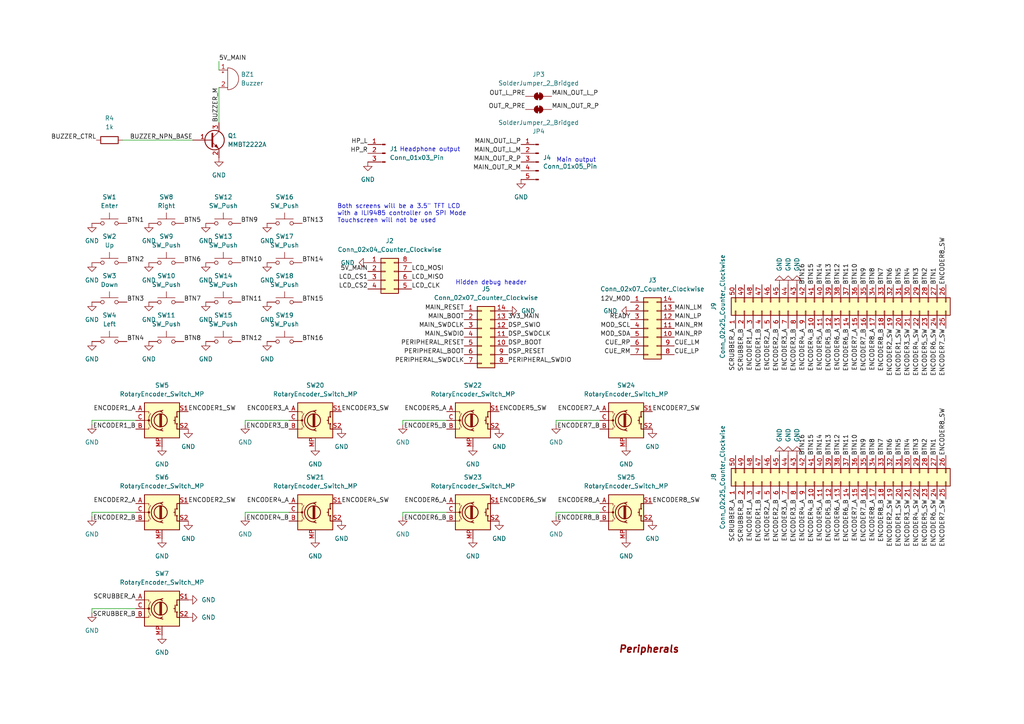
<source format=kicad_sch>
(kicad_sch (version 20231120) (generator "eeschema") (generator_version "8.0")
  (paper "A4")
  (lib_symbols
    (symbol "Connector:Conn_01x03_Pin" (pin_names (offset 1.016) hide)
      (property "Reference" "J" (at 0 5.08 0))
      (property "Value" "Conn_01x03_Pin" (at 0 -5.08 0))
      (symbol "Conn_01x03_Pin_1_1"
        (pin passive line (at 5.08 2.54 180) (length 3.81) (name "Pin_1") (number "1"))
        (pin passive line (at 5.08 0 180) (length 3.81) (name "Pin_2") (number "2"))
        (pin passive line (at 5.08 -2.54 180) (length 3.81) (name "Pin_3") (number "3"))
      )
    )
    (symbol "Connector:Conn_01x05_Pin" (pin_names (offset 1.016) hide)
      (property "Reference" "J" (at 0 7.62 0))
      (property "Value" "Conn_01x05_Pin" (at 0 -7.62 0))
      (symbol "Conn_01x05_Pin_1_1"
        (pin passive line (at 5.08 5.08 180) (length 3.81) (name "Pin_1") (number "1"))
        (pin passive line (at 5.08 2.54 180) (length 3.81) (name "Pin_2") (number "2"))
        (pin passive line (at 5.08 0 180) (length 3.81) (name "Pin_3") (number "3"))
        (pin passive line (at 5.08 -2.54 180) (length 3.81) (name "Pin_4") (number "4"))
        (pin passive line (at 5.08 -5.08 180) (length 3.81) (name "Pin_5") (number "5"))
      )
    )
    (symbol "Connector_Generic:Conn_02x04_Counter_Clockwise" (pin_names (offset 1.016) hide)
      (property "Reference" "J" (at 1.27 5.08 0))
      (property "Value" "Conn_02x04_Counter_Clockwise" (at 1.27 -7.62 0))
      (symbol "Conn_02x04_Counter_Clockwise_1_1"
        (pin passive line (at -5.08 2.54 0) (length 3.81) (name "Pin_1") (number "1"))
        (pin passive line (at -5.08 0 0) (length 3.81) (name "Pin_2") (number "2"))
        (pin passive line (at -5.08 -2.54 0) (length 3.81) (name "Pin_3") (number "3"))
        (pin passive line (at -5.08 -5.08 0) (length 3.81) (name "Pin_4") (number "4"))
        (pin passive line (at 7.62 -5.08 180) (length 3.81) (name "Pin_5") (number "5"))
        (pin passive line (at 7.62 -2.54 180) (length 3.81) (name "Pin_6") (number "6"))
        (pin passive line (at 7.62 0 180) (length 3.81) (name "Pin_7") (number "7"))
        (pin passive line (at 7.62 2.54 180) (length 3.81) (name "Pin_8") (number "8"))
      )
    )
    (symbol "Connector_Generic:Conn_02x07_Counter_Clockwise" (pin_names (offset 1.016) hide)
      (property "Reference" "J" (at 1.27 10.16 0))
      (property "Value" "Conn_02x07_Counter_Clockwise" (at 1.27 -10.16 0))
      (symbol "Conn_02x07_Counter_Clockwise_1_1"
        (pin passive line (at -5.08 7.62 0) (length 3.81) (name "Pin_1") (number "1"))
        (pin passive line (at 7.62 -2.54 180) (length 3.81) (name "Pin_10") (number "10"))
        (pin passive line (at 7.62 0 180) (length 3.81) (name "Pin_11") (number "11"))
        (pin passive line (at 7.62 2.54 180) (length 3.81) (name "Pin_12") (number "12"))
        (pin passive line (at 7.62 5.08 180) (length 3.81) (name "Pin_13") (number "13"))
        (pin passive line (at 7.62 7.62 180) (length 3.81) (name "Pin_14") (number "14"))
        (pin passive line (at -5.08 5.08 0) (length 3.81) (name "Pin_2") (number "2"))
        (pin passive line (at -5.08 2.54 0) (length 3.81) (name "Pin_3") (number "3"))
        (pin passive line (at -5.08 0 0) (length 3.81) (name "Pin_4") (number "4"))
        (pin passive line (at -5.08 -2.54 0) (length 3.81) (name "Pin_5") (number "5"))
        (pin passive line (at -5.08 -5.08 0) (length 3.81) (name "Pin_6") (number "6"))
        (pin passive line (at -5.08 -7.62 0) (length 3.81) (name "Pin_7") (number "7"))
        (pin passive line (at 7.62 -7.62 180) (length 3.81) (name "Pin_8") (number "8"))
        (pin passive line (at 7.62 -5.08 180) (length 3.81) (name "Pin_9") (number "9"))
      )
    )
    (symbol "Connector_Generic:Conn_02x25_Counter_Clockwise" (pin_names (offset 1.016) hide)
      (property "Reference" "J" (at 1.27 33.02 0))
      (property "Value" "Conn_02x25_Counter_Clockwise" (at 1.27 -33.02 0))
      (symbol "Conn_02x25_Counter_Clockwise_1_1"
        (pin passive line (at -5.08 30.48 0) (length 3.81) (name "Pin_1") (number "1"))
        (pin passive line (at -5.08 7.62 0) (length 3.81) (name "Pin_10") (number "10"))
        (pin passive line (at -5.08 5.08 0) (length 3.81) (name "Pin_11") (number "11"))
        (pin passive line (at -5.08 2.54 0) (length 3.81) (name "Pin_12") (number "12"))
        (pin passive line (at -5.08 0 0) (length 3.81) (name "Pin_13") (number "13"))
        (pin passive line (at -5.08 -2.54 0) (length 3.81) (name "Pin_14") (number "14"))
        (pin passive line (at -5.08 -5.08 0) (length 3.81) (name "Pin_15") (number "15"))
        (pin passive line (at -5.08 -7.62 0) (length 3.81) (name "Pin_16") (number "16"))
        (pin passive line (at -5.08 -10.16 0) (length 3.81) (name "Pin_17") (number "17"))
        (pin passive line (at -5.08 -12.7 0) (length 3.81) (name "Pin_18") (number "18"))
        (pin passive line (at -5.08 -15.24 0) (length 3.81) (name "Pin_19") (number "19"))
        (pin passive line (at -5.08 27.94 0) (length 3.81) (name "Pin_2") (number "2"))
        (pin passive line (at -5.08 -17.78 0) (length 3.81) (name "Pin_20") (number "20"))
        (pin passive line (at -5.08 -20.32 0) (length 3.81) (name "Pin_21") (number "21"))
        (pin passive line (at -5.08 -22.86 0) (length 3.81) (name "Pin_22") (number "22"))
        (pin passive line (at -5.08 -25.4 0) (length 3.81) (name "Pin_23") (number "23"))
        (pin passive line (at -5.08 -27.94 0) (length 3.81) (name "Pin_24") (number "24"))
        (pin passive line (at -5.08 -30.48 0) (length 3.81) (name "Pin_25") (number "25"))
        (pin passive line (at 7.62 -30.48 180) (length 3.81) (name "Pin_26") (number "26"))
        (pin passive line (at 7.62 -27.94 180) (length 3.81) (name "Pin_27") (number "27"))
        (pin passive line (at 7.62 -25.4 180) (length 3.81) (name "Pin_28") (number "28"))
        (pin passive line (at 7.62 -22.86 180) (length 3.81) (name "Pin_29") (number "29"))
        (pin passive line (at -5.08 25.4 0) (length 3.81) (name "Pin_3") (number "3"))
        (pin passive line (at 7.62 -20.32 180) (length 3.81) (name "Pin_30") (number "30"))
        (pin passive line (at 7.62 -17.78 180) (length 3.81) (name "Pin_31") (number "31"))
        (pin passive line (at 7.62 -15.24 180) (length 3.81) (name "Pin_32") (number "32"))
        (pin passive line (at 7.62 -12.7 180) (length 3.81) (name "Pin_33") (number "33"))
        (pin passive line (at 7.62 -10.16 180) (length 3.81) (name "Pin_34") (number "34"))
        (pin passive line (at 7.62 -7.62 180) (length 3.81) (name "Pin_35") (number "35"))
        (pin passive line (at 7.62 -5.08 180) (length 3.81) (name "Pin_36") (number "36"))
        (pin passive line (at 7.62 -2.54 180) (length 3.81) (name "Pin_37") (number "37"))
        (pin passive line (at 7.62 0 180) (length 3.81) (name "Pin_38") (number "38"))
        (pin passive line (at 7.62 2.54 180) (length 3.81) (name "Pin_39") (number "39"))
        (pin passive line (at -5.08 22.86 0) (length 3.81) (name "Pin_4") (number "4"))
        (pin passive line (at 7.62 5.08 180) (length 3.81) (name "Pin_40") (number "40"))
        (pin passive line (at 7.62 7.62 180) (length 3.81) (name "Pin_41") (number "41"))
        (pin passive line (at 7.62 10.16 180) (length 3.81) (name "Pin_42") (number "42"))
        (pin passive line (at 7.62 12.7 180) (length 3.81) (name "Pin_43") (number "43"))
        (pin passive line (at 7.62 15.24 180) (length 3.81) (name "Pin_44") (number "44"))
        (pin passive line (at 7.62 17.78 180) (length 3.81) (name "Pin_45") (number "45"))
        (pin passive line (at 7.62 20.32 180) (length 3.81) (name "Pin_46") (number "46"))
        (pin passive line (at 7.62 22.86 180) (length 3.81) (name "Pin_47") (number "47"))
        (pin passive line (at 7.62 25.4 180) (length 3.81) (name "Pin_48") (number "48"))
        (pin passive line (at 7.62 27.94 180) (length 3.81) (name "Pin_49") (number "49"))
        (pin passive line (at -5.08 20.32 0) (length 3.81) (name "Pin_5") (number "5"))
        (pin passive line (at 7.62 30.48 180) (length 3.81) (name "Pin_50") (number "50"))
        (pin passive line (at -5.08 17.78 0) (length 3.81) (name "Pin_6") (number "6"))
        (pin passive line (at -5.08 15.24 0) (length 3.81) (name "Pin_7") (number "7"))
        (pin passive line (at -5.08 12.7 0) (length 3.81) (name "Pin_8") (number "8"))
        (pin passive line (at -5.08 10.16 0) (length 3.81) (name "Pin_9") (number "9"))
      )
    )
    (symbol "Device:Buzzer" (pin_names (offset 0.0254) hide)
      (property "Reference" "BZ" (at 3.81 1.27 0))
      (property "Value" "Buzzer" (at 3.81 -1.27 0))
      (symbol "Buzzer_1_1"
        (pin passive line (at -2.54 2.54 0) (length 2.54) (name "+") (number "1"))
        (pin passive line (at -2.54 -2.54 0) (length 2.54) (name "-") (number "2"))
      )
    )
    (symbol "Device:R" (pin_numbers hide) (pin_names (offset 0))
      (property "Reference" "R" (at 2.032 0 90))
      (property "Value" "R" (at 0 0 90))
      (symbol "R_1_1"
        (pin passive line (at 0 3.81 270) (length 1.27) (name "~") (number "1"))
        (pin passive line (at 0 -3.81 90) (length 1.27) (name "~") (number "2"))
      )
    )
    (symbol "Device:RotaryEncoder_Switch_MP" (pin_names (offset 0.254) hide)
      (property "Reference" "SW" (at 0 8.89 0))
      (property "Value" "RotaryEncoder_Switch_MP" (at 0 6.35 0))
      (symbol "RotaryEncoder_Switch_MP_1_1"
        (pin passive line (at -7.62 2.54 0) (length 2.54) (name "A") (number "A"))
        (pin passive line (at -7.62 -2.54 0) (length 2.54) (name "B") (number "B"))
        (pin passive line (at -7.62 0 0) (length 2.54) (name "C") (number "C"))
        (pin passive line (at 0 -7.62 90) (length 2.54) (name "MP") (number "MP"))
        (pin passive line (at 7.62 2.54 180) (length 2.54) (name "S1") (number "S1"))
        (pin passive line (at 7.62 -2.54 180) (length 2.54) (name "S2") (number "S2"))
      )
    )
    (symbol "Jumper:SolderJumper_2_Bridged" (pin_numbers hide) (pin_names (offset 0) hide) (exclude_from_sim yes) (in_bom no)
      (property "Reference" "JP" (at 0 2.032 0))
      (property "Value" "SolderJumper_2_Bridged" (at 0 -2.54 0))
      (symbol "SolderJumper_2_Bridged_1_1"
        (pin passive line (at -3.81 0 0) (length 2.54) (name "A") (number "1"))
        (pin passive line (at 3.81 0 180) (length 2.54) (name "B") (number "2"))
      )
    )
    (symbol "Switch:SW_Push" (pin_numbers hide) (pin_names (offset 1.016) hide)
      (property "Reference" "SW" (at 1.27 2.54 0))
      (property "Value" "SW_Push" (at 0 -1.524 0))
      (symbol "SW_Push_0_1"
        (pin passive line (at -5.08 0 0) (length 2.54) (name "1") (number "1"))
        (pin passive line (at 5.08 0 180) (length 2.54) (name "2") (number "2"))
      )
    )
    (symbol "Transistor_BJT:MMBT2222A" (pin_names (offset 0) hide)
      (property "Reference" "Q" (at 5.08 1.905 0))
      (property "Value" "MMBT2222A" (at 5.08 0 0))
      (symbol "MMBT2222A_1_1"
        (pin input line (at -5.08 0 0) (length 5.715) (name "B") (number "1"))
        (pin passive line (at 2.54 -5.08 90) (length 2.54) (name "E") (number "2"))
        (pin passive line (at 2.54 5.08 270) (length 2.54) (name "C") (number "3"))
      )
    )
    (symbol "power:GND" (power) (pin_numbers hide) (pin_names (offset 0) hide)
      (property "Value" "GND" (at 0 -3.81 0))
      (symbol "GND_1_1"
        (pin power_in line (at 0 0 270) (length 0) (name "~") (number "1"))
      )
    )
  )
  (wire (pts (xy 26.67 177.8) (xy 26.67 176.53)))
  (wire (pts (xy 161.29 121.92) (xy 173.99 121.92)))
  (wire (pts (xy 161.29 121.92) (xy 161.29 123.19)))
  (wire (pts (xy 161.29 148.59) (xy 173.99 148.59)))
  (wire (pts (xy 26.67 123.19) (xy 26.67 121.92)))
  (wire (pts (xy 63.5 25.4) (xy 63.5 35.56)))
  (wire (pts (xy 116.84 121.92) (xy 129.54 121.92)))
  (wire (pts (xy 116.84 148.59) (xy 129.54 148.59)))
  (wire (pts (xy 71.12 148.59) (xy 83.82 148.59)))
  (wire (pts (xy 26.67 121.92) (xy 39.37 121.92)))
  (wire (pts (xy 116.84 149.86) (xy 116.84 148.59)))
  (wire (pts (xy 26.67 149.86) (xy 26.67 148.59)))
  (wire (pts (xy 35.56 40.64) (xy 55.88 40.64)))
  (wire (pts (xy 71.12 121.92) (xy 71.12 123.19)))
  (wire (pts (xy 116.84 123.19) (xy 116.84 121.92)))
  (wire (pts (xy 63.5 17.78) (xy 63.5 20.32)))
  (wire (pts (xy 26.67 148.59) (xy 39.37 148.59)))
  (wire (pts (xy 161.29 148.59) (xy 161.29 149.86)))
  (wire (pts (xy 71.12 148.59) (xy 71.12 149.86)))
  (wire (pts (xy 71.12 121.92) (xy 83.82 121.92)))
  (wire (pts (xy 26.67 176.53) (xy 39.37 176.53)))
  (text "Main output" (at 167.132 46.482 0) (effects (font (size 1.27 1.27))))
  (text "Headphone output" (at 124.714 43.434 0) (effects (font (size 1.27 1.27))))
  (text "Hidden debug header" (at 132.08 82.042 0) (effects (font (size 1.27 1.27)) (justify left)))
  (text "Both screens will be a 3.5\" TFT LCD\nwith a ILI9485 controller on SPI Mode\nTouchscreen will not be used" (at 97.79 61.976 0) (effects (font (size 1.27 1.27)) (justify left)))
  (text "Peripherals" (at 179.324 188.468 0) (effects (font (size 2.032 2.032) (thickness 0.4064) (bold yes) (italic yes)) (justify left)))
  (label "ENCODER1_A" (at 39.37 119.38 180))
  (label "BUZZER_M" (at 63.5 25.4 270))
  (label "MAIN_OUT_L_P" (at 160.02 27.94 0))
  (label "BTN4" (at 36.83 99.06 0))
  (label "ENCODER2_SW" (at 54.61 146.05 0))
  (label "ENCODER4_SW" (at 99.06 146.05 0))
  (label "ENCODER6_A" (at 243.84 95.25 270))
  (label "BTN12" (at 243.84 132.08 90))
  (label "BTN15" (at 236.22 132.08 90))
  (label "BTN8" (at 254 132.08 90))
  (label "SCRUBBER_B" (at 39.37 179.07 180))
  (label "BTN2" (at 269.24 132.08 90))
  (label "ENCODER3_B" (at 231.14 144.78 270))
  (label "READY" (at 182.88 92.71 180))
  (label "BTN4" (at 264.16 132.08 90))
  (label "MAIN_BOOT" (at 134.62 92.71 180))
  (label "BTN9" (at 251.46 82.55 90))
  (label "MAIN_SWDIO" (at 134.62 97.79 180))
  (label "MAIN_LP" (at 195.58 92.71 0))
  (label "ENCODER5_B" (at 241.3 144.78 270))
  (label "ENCODER7_B" (at 173.99 124.46 180))
  (label "ENCODER3_A" (at 83.82 119.38 180))
  (label "BTN8" (at 53.34 99.06 0))
  (label "ENCODER1_SW" (at 261.62 144.78 270))
  (label "MAIN_OUT_L_P" (at 151.13 41.91 180))
  (label "ENCODER3_B" (at 83.82 124.46 180))
  (label "MAIN_LM" (at 195.58 90.17 0))
  (label "LCD_CS1" (at 106.68 81.28 180))
  (label "ENCODER5_A" (at 238.76 95.25 270))
  (label "BTN7" (at 256.54 82.55 90))
  (label "ENCODER5_SW" (at 269.24 95.25 270))
  (label "ENCODER6_B" (at 246.38 95.25 270))
  (label "OUT_L_PRE" (at 152.4 27.94 180))
  (label "ENCODER1_SW" (at 261.62 95.25 270))
  (label "BTN3" (at 266.7 132.08 90))
  (label "HP_L" (at 106.68 41.91 180))
  (label "5V_MAIN" (at 63.5 17.78 0))
  (label "CUE_LP" (at 195.58 102.87 0))
  (label "ENCODER6_B" (at 129.54 151.13 180))
  (label "BTN15" (at 236.22 82.55 90))
  (label "ENCODER3_SW" (at 264.16 144.78 270))
  (label "ENCODER5_A" (at 238.76 144.78 270))
  (label "BTN2" (at 36.83 76.2 0))
  (label "LCD_MOSI" (at 119.38 78.74 0))
  (label "PERIPHERAL_BOOT" (at 134.62 102.87 180))
  (label "MAIN_OUT_R_M" (at 151.13 49.53 180))
  (label "BTN6" (at 259.08 132.08 90))
  (label "ENCODER8_A" (at 173.99 146.05 180))
  (label "ENCODER1_A" (at 218.44 144.78 270))
  (label "ENCODER7_A" (at 248.92 95.25 270))
  (label "BTN10" (at 248.92 132.08 90))
  (label "BTN12" (at 69.85 99.06 0))
  (label "5V_MAIN" (at 106.68 78.74 180))
  (label "ENCODER7_B" (at 251.46 95.25 270))
  (label "BTN15" (at 87.63 87.63 0))
  (label "PERIPHERAL_RESET" (at 134.62 100.33 180))
  (label "ENCODER8_A" (at 254 95.25 270))
  (label "ENCODER1_B" (at 39.37 124.46 180))
  (label "BTN16" (at 233.68 82.55 90))
  (label "BTN16" (at 87.63 99.06 0))
  (label "BTN7" (at 53.34 87.63 0))
  (label "MAIN_RP" (at 195.58 97.79 0))
  (label "SCRUBBER_B" (at 215.9 144.78 270))
  (label "MAIN_SWDCLK" (at 134.62 95.25 180))
  (label "ENCODER7_A" (at 248.92 144.78 270))
  (label "MAIN_OUT_L_M" (at 151.13 44.45 180))
  (label "OUT_R_PRE" (at 152.4 31.75 180))
  (label "ENCODER3_A" (at 228.6 95.25 270))
  (label "ENCODER4_A" (at 83.82 146.05 180))
  (label "BTN13" (at 241.3 132.08 90))
  (label "ENCODER7_SW" (at 274.32 95.25 270))
  (label "BTN3" (at 36.83 87.63 0))
  (label "BTN6" (at 53.34 76.2 0))
  (label "CUE_RP" (at 182.88 100.33 180))
  (label "ENCODER4_B" (at 236.22 144.78 270))
  (label "SCRUBBER_A" (at 39.37 173.99 180))
  (label "ENCODER4_A" (at 233.68 144.78 270))
  (label "BTN9" (at 251.46 132.08 90))
  (label "BTN1" (at 271.78 132.08 90))
  (label "ENCODER7_SW" (at 189.23 119.38 0))
  (label "ENCODER6_B" (at 246.38 144.78 270))
  (label "ENCODER5_SW" (at 269.24 144.78 270))
  (label "ENCODER8_B" (at 173.99 151.13 180))
  (label "BTN1" (at 271.78 82.55 90))
  (label "BTN14" (at 238.76 82.55 90))
  (label "ENCODER8_SW" (at 189.23 146.05 0))
  (label "ENCODER2_SW" (at 259.08 95.25 270))
  (label "ENCODER8_B" (at 256.54 144.78 270))
  (label "SCRUBBER_A" (at 213.36 95.25 270))
  (label "BTN7" (at 256.54 132.08 90))
  (label "MOD_SDA" (at 182.88 97.79 180))
  (label "BTN2" (at 269.24 82.55 90))
  (label "ENCODER4_SW" (at 266.7 144.78 270))
  (label "SCRUBBER_B" (at 215.9 95.25 270))
  (label "ENCODER5_SW" (at 144.78 119.38 0))
  (label "ENCODER2_B" (at 39.37 151.13 180))
  (label "ENCODER8_A" (at 254 144.78 270))
  (label "12V_MOD" (at 182.88 87.63 180))
  (label "ENCODER4_SW" (at 266.7 95.25 270))
  (label "DSP_BOOT" (at 147.32 100.33 0))
  (label "ENCODER6_SW" (at 271.78 95.25 270))
  (label "DSP_SWIO" (at 147.32 95.25 0))
  (label "BTN14" (at 87.63 76.2 0))
  (label "ENCODER5_B" (at 129.54 124.46 180))
  (label "ENCODER2_B" (at 226.06 95.25 270))
  (label "ENCODER3_A" (at 228.6 144.78 270))
  (label "BTN13" (at 241.3 82.55 90))
  (label "ENCODER3_B" (at 231.14 95.25 270))
  (label "MAIN_RESET" (at 134.62 90.17 180))
  (label "ENCODER7_SW" (at 274.32 144.78 270))
  (label "ENCODER4_B" (at 83.82 151.13 180))
  (label "ENCODER6_A" (at 129.54 146.05 180))
  (label "ENCODER5_B" (at 241.3 95.25 270))
  (label "ENCODER1_B" (at 220.98 144.78 270))
  (label "ENCODER4_B" (at 236.22 95.25 270))
  (label "ENCODER6_A" (at 243.84 144.78 270))
  (label "BTN14" (at 238.76 132.08 90))
  (label "DSP_RESET" (at 147.32 102.87 0))
  (label "ENCODER1_B" (at 220.98 95.25 270))
  (label "ENCODER8_SW" (at 274.32 132.08 90))
  (label "LCD_CLK" (at 119.38 83.82 0))
  (label "MAIN_RM" (at 195.58 95.25 0))
  (label "PERIPHERAL_SWDCLK" (at 134.62 105.41 180))
  (label "BTN8" (at 254 82.55 90))
  (label "BTN16" (at 233.68 132.08 90))
  (label "MAIN_OUT_R_P" (at 160.02 31.75 0))
  (label "BUZZER_NPN_BASE" (at 55.88 40.64 180))
  (label "ENCODER3_SW" (at 99.06 119.38 0))
  (label "ENCODER2_A" (at 223.52 144.78 270))
  (label "BTN6" (at 259.08 82.55 90))
  (label "LCD_CS2" (at 106.68 83.82 180))
  (label "BTN13" (at 87.63 64.77 0))
  (label "BTN3" (at 266.7 82.55 90))
  (label "ENCODER2_A" (at 39.37 146.05 180))
  (label "BTN11" (at 246.38 132.08 90))
  (label "ENCODER2_A" (at 223.52 95.25 270))
  (label "BTN10" (at 248.92 82.55 90))
  (label "CUE_RM" (at 182.88 102.87 180))
  (label "BTN12" (at 243.84 82.55 90))
  (label "BUZZER_CTRL" (at 27.94 40.64 180))
  (label "BTN11" (at 69.85 87.63 0))
  (label "BTN11" (at 246.38 82.55 90))
  (label "3V3_MAIN" (at 147.32 92.71 0))
  (label "ENCODER4_A" (at 233.68 95.25 270))
  (label "ENCODER7_A" (at 173.99 119.38 180))
  (label "BTN5" (at 53.34 64.77 0))
  (label "BTN1" (at 36.83 64.77 0))
  (label "LCD_MISO" (at 119.38 81.28 0))
  (label "HP_R" (at 106.68 44.45 180))
  (label "ENCODER8_SW" (at 274.32 82.55 90))
  (label "BTN5" (at 261.62 82.55 90))
  (label "ENCODER6_SW" (at 144.78 146.05 0))
  (label "PERIPHERAL_SWDIO" (at 147.32 105.41 0))
  (label "MOD_SCL" (at 182.88 95.25 180))
  (label "BTN10" (at 69.85 76.2 0))
  (label "ENCODER6_SW" (at 271.78 144.78 270))
  (label "ENCODER1_A" (at 218.44 95.25 270))
  (label "ENCODER3_SW" (at 264.16 95.25 270))
  (label "BTN4" (at 264.16 82.55 90))
  (label "ENCODER2_SW" (at 259.08 144.78 270))
  (label "ENCODER1_SW" (at 54.61 119.38 0))
  (label "SCRUBBER_A" (at 213.36 144.78 270))
  (label "ENCODER7_B" (at 251.46 144.78 270))
  (label "BTN5" (at 261.62 132.08 90))
  (label "ENCODER5_A" (at 129.54 119.38 180))
  (label "ENCODER8_B" (at 256.54 95.25 270))
  (label "CUE_LM" (at 195.58 100.33 0))
  (label "BTN9" (at 69.85 64.77 0))
  (label "DSP_SWDCLK" (at 147.32 97.79 0))
  (label "MAIN_OUT_R_P" (at 151.13 46.99 180))
  (label "ENCODER2_B" (at 226.06 144.78 270))
  (symbol (lib_id "power:GND") (at 116.84 123.19 0) (unit 1)
    (property "Reference" "#PWR056" (effects (hide yes)))
    (property "Value" "GND" (at 116.84 128.27 0))
    (property "Description" "Power symbol creates a global label with name \"GND\" , ground" (effects (hide yes)))
  )
  (symbol (lib_id "power:GND") (at 144.78 124.46 0) (unit 1)
    (property "Reference" "#PWR060" (effects (hide yes)))
    (property "Value" "GND" (at 144.78 129.54 0))
    (property "Description" "Power symbol creates a global label with name \"GND\" , ground" (effects (hide yes)))
  )
  (symbol (lib_id "power:GND") (at 137.16 129.54 0) (unit 1)
    (property "Reference" "#PWR058" (effects (hide yes)))
    (property "Value" "GND" (at 137.16 134.62 0))
    (property "Description" "Power symbol creates a global label with name \"GND\" , ground" (effects (hide yes)))
  )
  (symbol (lib_id "power:GND") (at 59.69 76.2 0) (unit 1)
    (property "Reference" "#PWR040" (effects (hide yes)))
    (property "Value" "GND" (at 59.69 81.28 0))
    (property "Description" "Power symbol creates a global label with name \"GND\" , ground" (effects (hide yes)))
  )
  (symbol (lib_id "power:GND") (at 63.5 45.72 0) (unit 1)
    (property "Reference" "#PWR043" (effects (hide yes)))
    (property "Value" "GND" (at 63.5 50.8 0))
    (property "Description" "Power symbol creates a global label with name \"GND\" , ground" (effects (hide yes)))
  )
  (symbol (lib_id "power:GND") (at 181.61 156.21 0) (unit 1)
    (property "Reference" "#PWR067" (effects (hide yes)))
    (property "Value" "GND" (at 181.61 161.29 0))
    (property "Description" "Power symbol creates a global label with name \"GND\" , ground" (effects (hide yes)))
  )
  (symbol (lib_id "power:GND") (at 116.84 149.86 0) (unit 1)
    (property "Reference" "#PWR057" (effects (hide yes)))
    (property "Value" "GND" (at 116.84 154.94 0))
    (property "Description" "Power symbol creates a global label with name \"GND\" , ground" (effects (hide yes)))
  )
  (symbol (lib_id "power:GND") (at 59.69 64.77 0) (unit 1)
    (property "Reference" "#PWR039" (effects (hide yes)))
    (property "Value" "GND" (at 59.69 69.85 0))
    (property "Description" "Power symbol creates a global label with name \"GND\" , ground" (effects (hide yes)))
  )
  (symbol (lib_id "Connector_Generic:Conn_02x25_Counter_Clockwise") (at 243.84 90.17 90) (unit 1)
    (property "Reference" "J9" (at 207.01 88.9 0))
    (property "Value" "Conn_02x25_Counter_Clockwise" (at 209.55 88.9 0))
    (property "Footprint" "Connector_IDC:IDC-Header_2x25_P2.54mm_Vertical" (effects (hide yes)))
    (property "Description" "Generic connector, double row, 02x25, counter clockwise pin numbering scheme (similar to DIP package numbering), script generated (kicad-library-utils/schlib/autogen/connector/)" (effects (hide yes)))
  )
  (symbol (lib_id "Device:RotaryEncoder_Switch_MP") (at 46.99 121.92 0) (unit 1)
    (property "Reference" "SW5" (at 46.99 111.76 0))
    (property "Value" "RotaryEncoder_Switch_MP" (at 46.99 114.3 0))
    (property "Footprint" "Rotary_Encoder:RotaryEncoder_Alps_EC11E-Switch_Vertical_H20mm" (effects (hide yes)))
    (property "Description" "Rotary encoder, dual channel, incremental quadrate outputs, with switch and MP Pin" (effects (hide yes)))
  )
  (symbol (lib_id "Device:RotaryEncoder_Switch_MP") (at 137.16 148.59 0) (unit 1)
    (property "Reference" "SW23" (at 137.16 138.43 0))
    (property "Value" "RotaryEncoder_Switch_MP" (at 137.16 140.97 0))
    (property "Footprint" "Rotary_Encoder:RotaryEncoder_Alps_EC11E-Switch_Vertical_H20mm" (effects (hide yes)))
    (property "Description" "Rotary encoder, dual channel, incremental quadrate outputs, with switch and MP Pin" (effects (hide yes)))
  )
  (symbol (lib_id "power:GND") (at 231.14 132.08 180) (unit 1)
    (property "Reference" "#PWR0141" (effects (hide yes)))
    (property "Value" "GND" (at 231.1399 128.27 90) (effects (justify right)))
    (property "Description" "Power symbol creates a global label with name \"GND\" , ground" (effects (hide yes)))
  )
  (symbol (lib_id "Connector:Conn_01x05_Pin") (at 156.21 46.99 0) (mirror y) (unit 1)
    (property "Reference" "J4" (at 157.48 45.7199 0) (effects (justify right)))
    (property "Value" "Conn_01x05_Pin" (at 157.48 48.2599 0) (effects (justify right)))
    (property "Footprint" "Connector_PinSocket_2.54mm:PinSocket_1x05_P2.54mm_Vertical" (effects (hide yes)))
    (property "Description" "Generic connector, single row, 01x05, script generated" (effects (hide yes)))
  )
  (symbol (lib_id "Device:RotaryEncoder_Switch_MP") (at 46.99 176.53 0) (unit 1)
    (property "Reference" "SW7" (at 46.99 166.37 0))
    (property "Value" "RotaryEncoder_Switch_MP" (at 46.99 168.91 0))
    (property "Footprint" "Rotary_Encoder:RotaryEncoder_Alps_EC11E-Switch_Vertical_H20mm" (effects (hide yes)))
    (property "Description" "Rotary encoder, dual channel, incremental quadrate outputs, with switch and MP Pin" (effects (hide yes)))
  )
  (symbol (lib_id "Switch:SW_Push") (at 64.77 87.63 0) (unit 1)
    (property "Reference" "SW14" (at 64.77 80.01 0))
    (property "Value" "SW_Push" (at 64.77 82.55 0))
    (property "Footprint" "Button_Switch_SMD:SW_SPST_B3S-1000" (effects (hide yes)))
    (property "Description" "Push button switch, generic, two pins" (effects (hide yes)))
  )
  (symbol (lib_id "Device:R") (at 31.75 40.64 90) (unit 1)
    (property "Reference" "R4" (at 31.75 34.29 90))
    (property "Value" "1k" (at 31.75 36.83 90))
    (property "Footprint" "Resistor_SMD:R_0603_1608Metric" (effects (hide yes)))
    (property "Description" "Resistor" (effects (hide yes)))
  )
  (symbol (lib_id "power:GND") (at 59.69 87.63 0) (unit 1)
    (property "Reference" "#PWR041" (effects (hide yes)))
    (property "Value" "GND" (at 59.69 92.71 0))
    (property "Description" "Power symbol creates a global label with name \"GND\" , ground" (effects (hide yes)))
  )
  (symbol (lib_id "power:GND") (at 46.99 129.54 0) (unit 1)
    (property "Reference" "#PWR032" (effects (hide yes)))
    (property "Value" "GND" (at 46.99 134.62 0))
    (property "Description" "Power symbol creates a global label with name \"GND\" , ground" (effects (hide yes)))
  )
  (symbol (lib_id "power:GND") (at 26.67 123.19 0) (unit 1)
    (property "Reference" "#PWR025" (effects (hide yes)))
    (property "Value" "GND" (at 26.67 128.27 0))
    (property "Description" "Power symbol creates a global label with name \"GND\" , ground" (effects (hide yes)))
  )
  (symbol (lib_id "Switch:SW_Push") (at 31.75 99.06 0) (unit 1)
    (property "Reference" "SW4" (at 31.75 91.44 0))
    (property "Value" "Left" (at 31.75 93.98 0))
    (property "Footprint" "Button_Switch_SMD:SW_SPST_B3S-1000" (effects (hide yes)))
    (property "Description" "Push button switch, generic, two pins" (effects (hide yes)))
  )
  (symbol (lib_id "power:GND") (at 43.18 99.06 0) (unit 1)
    (property "Reference" "#PWR031" (effects (hide yes)))
    (property "Value" "GND" (at 43.18 104.14 0))
    (property "Description" "Power symbol creates a global label with name \"GND\" , ground" (effects (hide yes)))
  )
  (symbol (lib_id "Device:RotaryEncoder_Switch_MP") (at 46.99 148.59 0) (unit 1)
    (property "Reference" "SW6" (at 46.99 138.43 0))
    (property "Value" "RotaryEncoder_Switch_MP" (at 46.99 140.97 0))
    (property "Footprint" "Rotary_Encoder:RotaryEncoder_Alps_EC11E-Switch_Vertical_H20mm" (effects (hide yes)))
    (property "Description" "Rotary encoder, dual channel, incremental quadrate outputs, with switch and MP Pin" (effects (hide yes)))
  )
  (symbol (lib_id "power:GND") (at 151.13 52.07 0) (unit 1)
    (property "Reference" "#PWR063" (effects (hide yes)))
    (property "Value" "GND" (at 151.13 57.15 0))
    (property "Description" "Power symbol creates a global label with name \"GND\" , ground" (effects (hide yes)))
  )
  (symbol (lib_id "Connector_Generic:Conn_02x25_Counter_Clockwise") (at 243.84 139.7 90) (unit 1)
    (property "Reference" "J8" (at 207.01 138.43 0))
    (property "Value" "Conn_02x25_Counter_Clockwise" (at 209.55 138.43 0))
    (property "Footprint" "Connector_IDC:IDC-Header_2x25_P2.54mm_Vertical" (effects (hide yes)))
    (property "Description" "Generic connector, double row, 02x25, counter clockwise pin numbering scheme (similar to DIP package numbering), script generated (kicad-library-utils/schlib/autogen/connector/)" (effects (hide yes)))
  )
  (symbol (lib_id "Connector_Generic:Conn_02x07_Counter_Clockwise") (at 187.96 95.25 0) (unit 1)
    (property "Reference" "J3" (at 189.23 81.28 0))
    (property "Value" "Conn_02x07_Counter_Clockwise" (at 189.23 83.82 0))
    (property "Footprint" "Connector_IDC:IDC-Header_2x07_P2.54mm_Vertical" (effects (hide yes)))
    (property "Description" "Generic connector, double row, 02x07, counter clockwise pin numbering scheme (similar to DIP package numbering), script generated (kicad-library-utils/schlib/autogen/connector/)" (effects (hide yes)))
  )
  (symbol (lib_id "power:GND") (at 26.67 177.8 0) (unit 1)
    (property "Reference" "#PWR027" (effects (hide yes)))
    (property "Value" "GND" (at 26.67 182.88 0))
    (property "Description" "Power symbol creates a global label with name \"GND\" , ground" (effects (hide yes)))
  )
  (symbol (lib_id "power:GND") (at 46.99 184.15 0) (unit 1)
    (property "Reference" "#PWR034" (effects (hide yes)))
    (property "Value" "GND" (at 46.99 189.23 0))
    (property "Description" "Power symbol creates a global label with name \"GND\" , ground" (effects (hide yes)))
  )
  (symbol (lib_id "Switch:SW_Push") (at 82.55 99.06 0) (unit 1)
    (property "Reference" "SW19" (at 82.55 91.44 0))
    (property "Value" "SW_Push" (at 82.55 93.98 0))
    (property "Footprint" "Button_Switch_SMD:SW_SPST_B3S-1000" (effects (hide yes)))
    (property "Description" "Push button switch, generic, two pins" (effects (hide yes)))
  )
  (symbol (lib_id "power:GND") (at 147.32 90.17 90) (unit 1)
    (property "Reference" "#PWR070" (effects (hide yes)))
    (property "Value" "GND" (at 151.13 90.1699 90) (effects (justify right)))
    (property "Description" "Power symbol creates a global label with name \"GND\" , ground" (effects (hide yes)))
  )
  (symbol (lib_id "Switch:SW_Push") (at 64.77 64.77 0) (unit 1)
    (property "Reference" "SW12" (at 64.77 57.15 0))
    (property "Value" "SW_Push" (at 64.77 59.69 0))
    (property "Footprint" "Button_Switch_SMD:SW_SPST_B3S-1000" (effects (hide yes)))
    (property "Description" "Push button switch, generic, two pins" (effects (hide yes)))
  )
  (symbol (lib_id "power:GND") (at 43.18 76.2 0) (unit 1)
    (property "Reference" "#PWR029" (effects (hide yes)))
    (property "Value" "GND" (at 43.18 81.28 0))
    (property "Description" "Power symbol creates a global label with name \"GND\" , ground" (effects (hide yes)))
  )
  (symbol (lib_id "power:GND") (at 161.29 149.86 0) (unit 1)
    (property "Reference" "#PWR065" (effects (hide yes)))
    (property "Value" "GND" (at 161.29 154.94 0))
    (property "Description" "Power symbol creates a global label with name \"GND\" , ground" (effects (hide yes)))
  )
  (symbol (lib_id "power:GND") (at 71.12 149.86 0) (unit 1)
    (property "Reference" "#PWR045" (effects (hide yes)))
    (property "Value" "GND" (at 71.12 154.94 0))
    (property "Description" "Power symbol creates a global label with name \"GND\" , ground" (effects (hide yes)))
  )
  (symbol (lib_id "power:GND") (at 77.47 64.77 0) (unit 1)
    (property "Reference" "#PWR046" (effects (hide yes)))
    (property "Value" "GND" (at 77.47 69.85 0))
    (property "Description" "Power symbol creates a global label with name \"GND\" , ground" (effects (hide yes)))
  )
  (symbol (lib_id "power:GND") (at 54.61 173.99 90) (unit 1)
    (property "Reference" "#PWR037" (effects (hide yes)))
    (property "Value" "GND" (at 58.42 173.9899 90) (effects (justify right)))
    (property "Description" "Power symbol creates a global label with name \"GND\" , ground" (effects (hide yes)))
  )
  (symbol (lib_id "power:GND") (at 43.18 64.77 0) (unit 1)
    (property "Reference" "#PWR028" (effects (hide yes)))
    (property "Value" "GND" (at 43.18 69.85 0))
    (property "Description" "Power symbol creates a global label with name \"GND\" , ground" (effects (hide yes)))
  )
  (symbol (lib_id "power:GND") (at 106.68 46.99 0) (unit 1)
    (property "Reference" "#PWR054" (effects (hide yes)))
    (property "Value" "GND" (at 106.68 52.07 0))
    (property "Description" "Power symbol creates a global label with name \"GND\" , ground" (effects (hide yes)))
  )
  (symbol (lib_id "power:GND") (at 144.78 151.13 0) (unit 1)
    (property "Reference" "#PWR061" (effects (hide yes)))
    (property "Value" "GND" (at 144.78 156.21 0))
    (property "Description" "Power symbol creates a global label with name \"GND\" , ground" (effects (hide yes)))
  )
  (symbol (lib_id "Device:RotaryEncoder_Switch_MP") (at 137.16 121.92 0) (unit 1)
    (property "Reference" "SW22" (at 137.16 111.76 0))
    (property "Value" "RotaryEncoder_Switch_MP" (at 137.16 114.3 0))
    (property "Footprint" "Rotary_Encoder:RotaryEncoder_Alps_EC11E-Switch_Vertical_H20mm" (effects (hide yes)))
    (property "Description" "Rotary encoder, dual channel, incremental quadrate outputs, with switch and MP Pin" (effects (hide yes)))
  )
  (symbol (lib_id "power:GND") (at 77.47 99.06 0) (unit 1)
    (property "Reference" "#PWR049" (effects (hide yes)))
    (property "Value" "GND" (at 77.47 104.14 0))
    (property "Description" "Power symbol creates a global label with name \"GND\" , ground" (effects (hide yes)))
  )
  (symbol (lib_id "power:GND") (at 231.14 82.55 180) (unit 1)
    (property "Reference" "#PWR0144" (effects (hide yes)))
    (property "Value" "GND" (at 231.1399 78.74 90) (effects (justify right)))
    (property "Description" "Power symbol creates a global label with name \"GND\" , ground" (effects (hide yes)))
  )
  (symbol (lib_id "Switch:SW_Push") (at 31.75 87.63 0) (unit 1)
    (property "Reference" "SW3" (at 31.75 80.01 0))
    (property "Value" "Down" (at 31.75 82.55 0))
    (property "Footprint" "Button_Switch_SMD:SW_SPST_B3S-1000" (effects (hide yes)))
    (property "Description" "Push button switch, generic, two pins" (effects (hide yes)))
  )
  (symbol (lib_id "Switch:SW_Push") (at 31.75 76.2 0) (unit 1)
    (property "Reference" "SW2" (at 31.75 68.58 0))
    (property "Value" "Up" (at 31.75 71.12 0))
    (property "Footprint" "Button_Switch_SMD:SW_SPST_B3S-1000" (effects (hide yes)))
    (property "Description" "Push button switch, generic, two pins" (effects (hide yes)))
  )
  (symbol (lib_id "power:GND") (at 161.29 123.19 0) (unit 1)
    (property "Reference" "#PWR064" (effects (hide yes)))
    (property "Value" "GND" (at 161.29 128.27 0))
    (property "Description" "Power symbol creates a global label with name \"GND\" , ground" (effects (hide yes)))
  )
  (symbol (lib_id "power:GND") (at 228.6 132.08 180) (unit 1)
    (property "Reference" "#PWR0140" (effects (hide yes)))
    (property "Value" "GND" (at 228.5999 128.27 90) (effects (justify right)))
    (property "Description" "Power symbol creates a global label with name \"GND\" , ground" (effects (hide yes)))
  )
  (symbol (lib_id "Switch:SW_Push") (at 82.55 76.2 0) (unit 1)
    (property "Reference" "SW17" (at 82.55 68.58 0))
    (property "Value" "SW_Push" (at 82.55 71.12 0))
    (property "Footprint" "Button_Switch_SMD:SW_SPST_B3S-1000" (effects (hide yes)))
    (property "Description" "Push button switch, generic, two pins" (effects (hide yes)))
  )
  (symbol (lib_id "Device:RotaryEncoder_Switch_MP") (at 91.44 121.92 0) (unit 1)
    (property "Reference" "SW20" (at 91.44 111.76 0))
    (property "Value" "RotaryEncoder_Switch_MP" (at 91.44 114.3 0))
    (property "Footprint" "Rotary_Encoder:RotaryEncoder_Alps_EC11E-Switch_Vertical_H20mm" (effects (hide yes)))
    (property "Description" "Rotary encoder, dual channel, incremental quadrate outputs, with switch and MP Pin" (effects (hide yes)))
  )
  (symbol (lib_id "Switch:SW_Push") (at 31.75 64.77 0) (unit 1)
    (property "Reference" "SW1" (at 31.75 57.15 0))
    (property "Value" "Enter" (at 31.75 59.69 0))
    (property "Footprint" "Button_Switch_SMD:SW_SPST_B3S-1000" (effects (hide yes)))
    (property "Description" "Push button switch, generic, two pins" (effects (hide yes)))
  )
  (symbol (lib_id "power:GND") (at 99.06 124.46 0) (unit 1)
    (property "Reference" "#PWR052" (effects (hide yes)))
    (property "Value" "GND" (at 99.06 129.54 0))
    (property "Description" "Power symbol creates a global label with name \"GND\" , ground" (effects (hide yes)))
  )
  (symbol (lib_id "Switch:SW_Push") (at 48.26 99.06 0) (unit 1)
    (property "Reference" "SW11" (at 48.26 91.44 0))
    (property "Value" "SW_Push" (at 48.26 93.98 0))
    (property "Footprint" "Button_Switch_SMD:SW_SPST_B3S-1000" (effects (hide yes)))
    (property "Description" "Push button switch, generic, two pins" (effects (hide yes)))
  )
  (symbol (lib_id "Transistor_BJT:MMBT2222A") (at 60.96 40.64 0) (unit 1)
    (property "Reference" "Q1" (at 66.04 39.3699 0) (effects (justify left)))
    (property "Value" "MMBT2222A" (at 66.04 41.9099 0) (effects (justify left)))
    (property "Footprint" "Package_TO_SOT_SMD:SOT-23" (effects (hide yes)))
    (property "Datasheet" "https://assets.nexperia.com/documents/data-sheet/MMBT2222A.pdf" (effects (hide yes)))
    (property "Description" "600mA Ic, 40V Vce, NPN Transistor, SOT-23" (effects (hide yes)))
  )
  (symbol (lib_id "power:GND") (at 77.47 76.2 0) (unit 1)
    (property "Reference" "#PWR047" (effects (hide yes)))
    (property "Value" "GND" (at 77.47 81.28 0))
    (property "Description" "Power symbol creates a global label with name \"GND\" , ground" (effects (hide yes)))
  )
  (symbol (lib_id "Switch:SW_Push") (at 64.77 76.2 0) (unit 1)
    (property "Reference" "SW13" (at 64.77 68.58 0))
    (property "Value" "SW_Push" (at 64.77 71.12 0))
    (property "Footprint" "Button_Switch_SMD:SW_SPST_B3S-1000" (effects (hide yes)))
    (property "Description" "Push button switch, generic, two pins" (effects (hide yes)))
  )
  (symbol (lib_id "power:GND") (at 137.16 156.21 0) (unit 1)
    (property "Reference" "#PWR059" (effects (hide yes)))
    (property "Value" "GND" (at 137.16 161.29 0))
    (property "Description" "Power symbol creates a global label with name \"GND\" , ground" (effects (hide yes)))
  )
  (symbol (lib_id "power:GND") (at 228.6 82.55 180) (unit 1)
    (property "Reference" "#PWR0143" (effects (hide yes)))
    (property "Value" "GND" (at 228.5999 78.74 90) (effects (justify right)))
    (property "Description" "Power symbol creates a global label with name \"GND\" , ground" (effects (hide yes)))
  )
  (symbol (lib_id "power:GND") (at 59.69 99.06 0) (unit 1)
    (property "Reference" "#PWR042" (effects (hide yes)))
    (property "Value" "GND" (at 59.69 104.14 0))
    (property "Description" "Power symbol creates a global label with name \"GND\" , ground" (effects (hide yes)))
  )
  (symbol (lib_id "power:GND") (at 26.67 64.77 0) (unit 1)
    (property "Reference" "#PWR021" (effects (hide yes)))
    (property "Value" "GND" (at 26.67 69.85 0))
    (property "Description" "Power symbol creates a global label with name \"GND\" , ground" (effects (hide yes)))
  )
  (symbol (lib_id "Connector_Generic:Conn_02x07_Counter_Clockwise") (at 139.7 97.79 0) (unit 1)
    (property "Reference" "J5" (at 140.97 83.82 0))
    (property "Value" "Conn_02x07_Counter_Clockwise" (at 140.97 86.36 0))
    (property "Footprint" "Connector_IDC:IDC-Header_2x07_P2.54mm_Vertical" (effects (hide yes)))
    (property "Description" "Generic connector, double row, 02x07, counter clockwise pin numbering scheme (similar to DIP package numbering), script generated (kicad-library-utils/schlib/autogen/connector/)" (effects (hide yes)))
  )
  (symbol (lib_id "power:GND") (at 226.06 82.55 180) (unit 1)
    (property "Reference" "#PWR0142" (effects (hide yes)))
    (property "Value" "GND" (at 226.0599 78.74 90) (effects (justify right)))
    (property "Description" "Power symbol creates a global label with name \"GND\" , ground" (effects (hide yes)))
  )
  (symbol (lib_id "power:GND") (at 226.06 132.08 180) (unit 1)
    (property "Reference" "#PWR0139" (effects (hide yes)))
    (property "Value" "GND" (at 226.0599 128.27 90) (effects (justify right)))
    (property "Description" "Power symbol creates a global label with name \"GND\" , ground" (effects (hide yes)))
  )
  (symbol (lib_id "Switch:SW_Push") (at 48.26 87.63 0) (unit 1)
    (property "Reference" "SW10" (at 48.26 80.01 0))
    (property "Value" "SW_Push" (at 48.26 82.55 0))
    (property "Footprint" "Button_Switch_SMD:SW_SPST_B3S-1000" (effects (hide yes)))
    (property "Description" "Push button switch, generic, two pins" (effects (hide yes)))
  )
  (symbol (lib_id "Device:Buzzer") (at 66.04 22.86 0) (unit 1)
    (property "Reference" "BZ1" (at 69.85 21.5899 0) (effects (justify left)))
    (property "Value" "Buzzer" (at 69.85 24.1299 0) (effects (justify left)))
    (property "Footprint" "Buzzer_Beeper:Buzzer_12x9.5RM7.6" (effects (hide yes)))
    (property "Description" "Buzzer, polarized" (effects (hide yes)))
  )
  (symbol (lib_id "Jumper:SolderJumper_2_Bridged") (at 156.21 31.75 180) (unit 1) (exclude_from_sim yes) (in_bom no)
    (property "Reference" "JP4" (at 156.21 38.1 0))
    (property "Value" "SolderJumper_2_Bridged" (at 156.21 35.56 0))
    (property "Footprint" "Jumper:SolderJumper-2_P1.3mm_Bridged2Bar_Pad1.0x1.5mm" (effects (hide yes)))
    (property "Description" "Solder Jumper, 2-pole, closed/bridged" (effects (hide yes)))
  )
  (symbol (lib_id "Switch:SW_Push") (at 64.77 99.06 0) (unit 1)
    (property "Reference" "SW15" (at 64.77 91.44 0))
    (property "Value" "SW_Push" (at 64.77 93.98 0))
    (property "Footprint" "Button_Switch_SMD:SW_SPST_B3S-1000" (effects (hide yes)))
    (property "Description" "Push button switch, generic, two pins" (effects (hide yes)))
  )
  (symbol (lib_id "Switch:SW_Push") (at 48.26 76.2 0) (unit 1)
    (property "Reference" "SW9" (at 48.26 68.58 0))
    (property "Value" "SW_Push" (at 48.26 71.12 0))
    (property "Footprint" "Button_Switch_SMD:SW_SPST_B3S-1000" (effects (hide yes)))
    (property "Description" "Push button switch, generic, two pins" (effects (hide yes)))
  )
  (symbol (lib_id "power:GND") (at 71.12 123.19 0) (unit 1)
    (property "Reference" "#PWR044" (effects (hide yes)))
    (property "Value" "GND" (at 71.12 128.27 0))
    (property "Description" "Power symbol creates a global label with name \"GND\" , ground" (effects (hide yes)))
  )
  (symbol (lib_id "power:GND") (at 46.99 156.21 0) (unit 1)
    (property "Reference" "#PWR033" (effects (hide yes)))
    (property "Value" "GND" (at 46.99 161.29 0))
    (property "Description" "Power symbol creates a global label with name \"GND\" , ground" (effects (hide yes)))
  )
  (symbol (lib_id "power:GND") (at 26.67 149.86 0) (unit 1)
    (property "Reference" "#PWR026" (effects (hide yes)))
    (property "Value" "GND" (at 26.67 154.94 0))
    (property "Description" "Power symbol creates a global label with name \"GND\" , ground" (effects (hide yes)))
  )
  (symbol (lib_id "power:GND") (at 26.67 76.2 0) (unit 1)
    (property "Reference" "#PWR022" (effects (hide yes)))
    (property "Value" "GND" (at 26.67 81.28 0))
    (property "Description" "Power symbol creates a global label with name \"GND\" , ground" (effects (hide yes)))
  )
  (symbol (lib_id "power:GND") (at 26.67 99.06 0) (unit 1)
    (property "Reference" "#PWR024" (effects (hide yes)))
    (property "Value" "GND" (at 26.67 104.14 0))
    (property "Description" "Power symbol creates a global label with name \"GND\" , ground" (effects (hide yes)))
  )
  (symbol (lib_id "Switch:SW_Push") (at 82.55 64.77 0) (unit 1)
    (property "Reference" "SW16" (at 82.55 57.15 0))
    (property "Value" "SW_Push" (at 82.55 59.69 0))
    (property "Footprint" "Button_Switch_SMD:SW_SPST_B3S-1000" (effects (hide yes)))
    (property "Description" "Push button switch, generic, two pins" (effects (hide yes)))
  )
  (symbol (lib_id "power:GND") (at 91.44 129.54 0) (unit 1)
    (property "Reference" "#PWR050" (effects (hide yes)))
    (property "Value" "GND" (at 91.44 134.62 0))
    (property "Description" "Power symbol creates a global label with name \"GND\" , ground" (effects (hide yes)))
  )
  (symbol (lib_id "Device:RotaryEncoder_Switch_MP") (at 181.61 121.92 0) (unit 1)
    (property "Reference" "SW24" (at 181.61 111.76 0))
    (property "Value" "RotaryEncoder_Switch_MP" (at 181.61 114.3 0))
    (property "Footprint" "Rotary_Encoder:RotaryEncoder_Alps_EC11E-Switch_Vertical_H20mm" (effects (hide yes)))
    (property "Description" "Rotary encoder, dual channel, incremental quadrate outputs, with switch and MP Pin" (effects (hide yes)))
  )
  (symbol (lib_id "power:GND") (at 181.61 129.54 0) (unit 1)
    (property "Reference" "#PWR066" (effects (hide yes)))
    (property "Value" "GND" (at 181.61 134.62 0))
    (property "Description" "Power symbol creates a global label with name \"GND\" , ground" (effects (hide yes)))
  )
  (symbol (lib_id "Connector_Generic:Conn_02x04_Counter_Clockwise") (at 111.76 78.74 0) (unit 1)
    (property "Reference" "J2" (at 113.03 69.85 0))
    (property "Value" "Conn_02x04_Counter_Clockwise" (at 113.03 72.39 0))
    (property "Footprint" "Connector_PinSocket_2.54mm:PinSocket_2x04_P2.54mm_Vertical" (effects (hide yes)))
    (property "Description" "Generic connector, double row, 02x04, counter clockwise pin numbering scheme (similar to DIP package numbering), script generated (kicad-library-utils/schlib/autogen/connector/)" (effects (hide yes)))
  )
  (symbol (lib_id "power:GND") (at 182.88 90.17 270) (unit 1)
    (property "Reference" "#PWR062" (effects (hide yes)))
    (property "Value" "GND" (at 179.07 90.1699 90) (effects (justify right)))
    (property "Description" "Power symbol creates a global label with name \"GND\" , ground" (effects (hide yes)))
  )
  (symbol (lib_id "power:GND") (at 26.67 87.63 0) (unit 1)
    (property "Reference" "#PWR023" (effects (hide yes)))
    (property "Value" "GND" (at 26.67 92.71 0))
    (property "Description" "Power symbol creates a global label with name \"GND\" , ground" (effects (hide yes)))
  )
  (symbol (lib_id "Device:RotaryEncoder_Switch_MP") (at 91.44 148.59 0) (unit 1)
    (property "Reference" "SW21" (at 91.44 138.43 0))
    (property "Value" "RotaryEncoder_Switch_MP" (at 91.44 140.97 0))
    (property "Footprint" "Rotary_Encoder:RotaryEncoder_Alps_EC11E-Switch_Vertical_H20mm" (effects (hide yes)))
    (property "Description" "Rotary encoder, dual channel, incremental quadrate outputs, with switch and MP Pin" (effects (hide yes)))
  )
  (symbol (lib_id "power:GND") (at 189.23 151.13 0) (unit 1)
    (property "Reference" "#PWR069" (effects (hide yes)))
    (property "Value" "GND" (at 189.23 156.21 0))
    (property "Description" "Power symbol creates a global label with name \"GND\" , ground" (effects (hide yes)))
  )
  (symbol (lib_id "power:GND") (at 106.68 76.2 270) (unit 1)
    (property "Reference" "#PWR055" (effects (hide yes)))
    (property "Value" "GND" (at 102.87 76.1999 90) (effects (justify right)))
    (property "Description" "Power symbol creates a global label with name \"GND\" , ground" (effects (hide yes)))
  )
  (symbol (lib_id "Connector:Conn_01x03_Pin") (at 111.76 44.45 0) (mirror y) (unit 1)
    (property "Reference" "J1" (at 113.03 43.1799 0) (effects (justify right)))
    (property "Value" "Conn_01x03_Pin" (at 113.03 45.7199 0) (effects (justify right)))
    (property "Footprint" "Connector_PinHeader_2.54mm:PinHeader_1x03_P2.54mm_Vertical" (effects (hide yes)))
    (property "Description" "Generic connector, single row, 01x03, script generated" (effects (hide yes)))
  )
  (symbol (lib_id "Jumper:SolderJumper_2_Bridged") (at 156.21 27.94 0) (unit 1) (exclude_from_sim yes) (in_bom no)
    (property "Reference" "JP3" (at 156.21 21.59 0))
    (property "Value" "SolderJumper_2_Bridged" (at 156.21 24.13 0))
    (property "Footprint" "Jumper:SolderJumper-2_P1.3mm_Bridged2Bar_Pad1.0x1.5mm" (effects (hide yes)))
    (property "Description" "Solder Jumper, 2-pole, closed/bridged" (effects (hide yes)))
  )
  (symbol (lib_id "Switch:SW_Push") (at 82.55 87.63 0) (unit 1)
    (property "Reference" "SW18" (at 82.55 80.01 0))
    (property "Value" "SW_Push" (at 82.55 82.55 0))
    (property "Footprint" "Button_Switch_SMD:SW_SPST_B3S-1000" (effects (hide yes)))
    (property "Description" "Push button switch, generic, two pins" (effects (hide yes)))
  )
  (symbol (lib_id "power:GND") (at 54.61 124.46 0) (unit 1)
    (property "Reference" "#PWR035" (effects (hide yes)))
    (property "Value" "GND" (at 54.61 129.54 0))
    (property "Description" "Power symbol creates a global label with name \"GND\" , ground" (effects (hide yes)))
  )
  (symbol (lib_id "Switch:SW_Push") (at 48.26 64.77 0) (unit 1)
    (property "Reference" "SW8" (at 48.26 57.15 0))
    (property "Value" "Right" (at 48.26 59.69 0))
    (property "Footprint" "Button_Switch_SMD:SW_SPST_B3S-1000" (effects (hide yes)))
    (property "Description" "Push button switch, generic, two pins" (effects (hide yes)))
  )
  (symbol (lib_id "Device:RotaryEncoder_Switch_MP") (at 181.61 148.59 0) (unit 1)
    (property "Reference" "SW25" (at 181.61 138.43 0))
    (property "Value" "RotaryEncoder_Switch_MP" (at 181.61 140.97 0))
    (property "Footprint" "Rotary_Encoder:RotaryEncoder_Alps_EC11E-Switch_Vertical_H20mm" (effects (hide yes)))
    (property "Description" "Rotary encoder, dual channel, incremental quadrate outputs, with switch and MP Pin" (effects (hide yes)))
  )
  (symbol (lib_id "power:GND") (at 77.47 87.63 0) (unit 1)
    (property "Reference" "#PWR048" (effects (hide yes)))
    (property "Value" "GND" (at 77.47 92.71 0))
    (property "Description" "Power symbol creates a global label with name \"GND\" , ground" (effects (hide yes)))
  )
  (symbol (lib_id "power:GND") (at 54.61 151.13 0) (unit 1)
    (property "Reference" "#PWR036" (effects (hide yes)))
    (property "Value" "GND" (at 54.61 156.21 0))
    (property "Description" "Power symbol creates a global label with name \"GND\" , ground" (effects (hide yes)))
  )
  (symbol (lib_id "power:GND") (at 91.44 156.21 0) (unit 1)
    (property "Reference" "#PWR051" (effects (hide yes)))
    (property "Value" "GND" (at 91.44 161.29 0))
    (property "Description" "Power symbol creates a global label with name \"GND\" , ground" (effects (hide yes)))
  )
  (symbol (lib_id "power:GND") (at 54.61 179.07 90) (unit 1)
    (property "Reference" "#PWR038" (effects (hide yes)))
    (property "Value" "GND" (at 58.42 179.0699 90) (effects (justify right)))
    (property "Description" "Power symbol creates a global label with name \"GND\" , ground" (effects (hide yes)))
  )
  (symbol (lib_id "power:GND") (at 43.18 87.63 0) (unit 1)
    (property "Reference" "#PWR030" (effects (hide yes)))
    (property "Value" "GND" (at 43.18 92.71 0))
    (property "Description" "Power symbol creates a global label with name \"GND\" , ground" (effects (hide yes)))
  )
  (symbol (lib_id "power:GND") (at 99.06 151.13 0) (unit 1)
    (property "Reference" "#PWR053" (effects (hide yes)))
    (property "Value" "GND" (at 99.06 156.21 0))
    (property "Description" "Power symbol creates a global label with name \"GND\" , ground" (effects (hide yes)))
  )
  (symbol (lib_id "power:GND") (at 189.23 124.46 0) (unit 1)
    (property "Reference" "#PWR068" (effects (hide yes)))
    (property "Value" "GND" (at 189.23 129.54 0))
    (property "Description" "Power symbol creates a global label with name \"GND\" , ground" (effects (hide yes)))
  )
)
</source>
